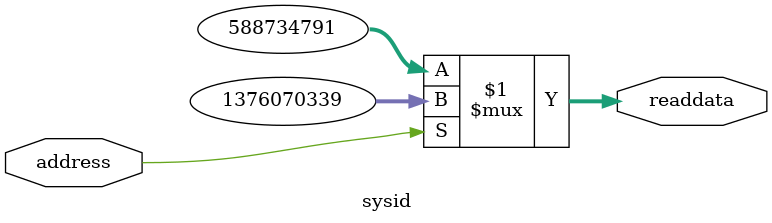
<source format=v>

`timescale 1ns / 1ps
// synthesis translate_on

// turn off superfluous verilog processor warnings 
// altera message_level Level1 
// altera message_off 10034 10035 10036 10037 10230 10240 10030 

module sysid (
               // inputs:
                address,

               // outputs:
                readdata
             )
;

  output  [ 31: 0] readdata;
  input            address;

  wire    [ 31: 0] readdata;
  //control_slave, which is an e_avalon_slave
  assign readdata = address ? 1376070339 : 588734791;

endmodule


</source>
